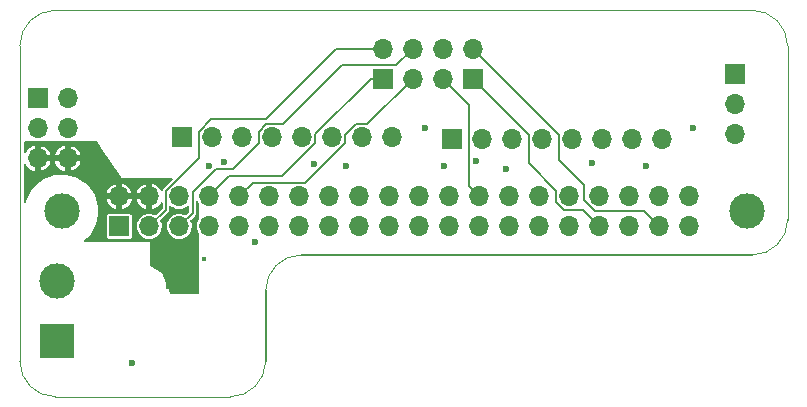
<source format=gbr>
G04 #@! TF.GenerationSoftware,KiCad,Pcbnew,(6.0.1)*
G04 #@! TF.CreationDate,2022-12-09T13:40:03+00:00*
G04 #@! TF.ProjectId,retropie-minicade-hat,72657472-6f70-4696-952d-6d696e696361,rev?*
G04 #@! TF.SameCoordinates,Original*
G04 #@! TF.FileFunction,Copper,L2,Inr*
G04 #@! TF.FilePolarity,Positive*
%FSLAX46Y46*%
G04 Gerber Fmt 4.6, Leading zero omitted, Abs format (unit mm)*
G04 Created by KiCad (PCBNEW (6.0.1)) date 2022-12-09 13:40:03*
%MOMM*%
%LPD*%
G01*
G04 APERTURE LIST*
G04 #@! TA.AperFunction,Profile*
%ADD10C,0.100000*%
G04 #@! TD*
G04 #@! TA.AperFunction,Profile*
%ADD11C,0.150000*%
G04 #@! TD*
G04 #@! TA.AperFunction,WasherPad*
%ADD12C,3.000000*%
G04 #@! TD*
G04 #@! TA.AperFunction,ComponentPad*
%ADD13R,1.700000X1.700000*%
G04 #@! TD*
G04 #@! TA.AperFunction,ComponentPad*
%ADD14O,1.700000X1.700000*%
G04 #@! TD*
G04 #@! TA.AperFunction,ComponentPad*
%ADD15R,3.000000X3.000000*%
G04 #@! TD*
G04 #@! TA.AperFunction,ComponentPad*
%ADD16C,3.000000*%
G04 #@! TD*
G04 #@! TA.AperFunction,ViaPad*
%ADD17C,0.600000*%
G04 #@! TD*
G04 #@! TA.AperFunction,ViaPad*
%ADD18C,0.400000*%
G04 #@! TD*
G04 #@! TA.AperFunction,Conductor*
%ADD19C,0.150000*%
G04 #@! TD*
G04 APERTURE END LIST*
D10*
X143510000Y-65024000D02*
X143499680Y-50291999D01*
X78499680Y-50291999D02*
X78499680Y-77013320D01*
D11*
X99314000Y-77018556D02*
X99314000Y-71013528D01*
D10*
X96314005Y-80013321D02*
G75*
G03*
X99314000Y-77018556I-2J3000002D01*
G01*
X140499680Y-47291999D02*
X81499680Y-47291999D01*
X81499680Y-80013320D02*
X96314005Y-80013320D01*
X102313995Y-68018763D02*
G75*
G03*
X99314000Y-71013528I2J-3000002D01*
G01*
D11*
X140510005Y-68018764D02*
X102313995Y-68018764D01*
D10*
X143499680Y-50291999D02*
G75*
G03*
X140499680Y-47291999I-3000001J-1D01*
G01*
X81499680Y-47291999D02*
G75*
G03*
X78499680Y-50291999I1J-3000001D01*
G01*
X140510005Y-68018765D02*
G75*
G03*
X143510000Y-65024000I-2J3000002D01*
G01*
X78499680Y-77013320D02*
G75*
G03*
X81499680Y-80013320I3000001J1D01*
G01*
D12*
X82040000Y-64310000D03*
X140040000Y-64330000D03*
D13*
X109220000Y-53086000D03*
D14*
X109220000Y-50546000D03*
X111760000Y-53086000D03*
X111760000Y-50546000D03*
D13*
X139065000Y-52720000D03*
D14*
X139065000Y-55260000D03*
X139065000Y-57800000D03*
D13*
X80010000Y-54737000D03*
D14*
X82550000Y-54737000D03*
X80010000Y-57277000D03*
X82550000Y-57277000D03*
X80010000Y-59817000D03*
X82550000Y-59817000D03*
D13*
X115077000Y-58166000D03*
D14*
X117617000Y-58166000D03*
X120157000Y-58166000D03*
X122697000Y-58166000D03*
X125237000Y-58166000D03*
X127777000Y-58166000D03*
X130317000Y-58166000D03*
X132857000Y-58166000D03*
D15*
X81661000Y-75311000D03*
D16*
X81661000Y-70231000D03*
D13*
X116845000Y-53091000D03*
D14*
X114305000Y-53091000D03*
X116845000Y-50551000D03*
X114305000Y-50551000D03*
D13*
X92217000Y-58039000D03*
D14*
X94757000Y-58039000D03*
X97297000Y-58039000D03*
X99837000Y-58039000D03*
X102377000Y-58039000D03*
X104917000Y-58039000D03*
X107457000Y-58039000D03*
X109997000Y-58039000D03*
D13*
X86920000Y-65590000D03*
D14*
X86920000Y-63050000D03*
X89460000Y-65590000D03*
X89460000Y-63050000D03*
X92000000Y-65590000D03*
X92000000Y-63050000D03*
X94540000Y-65590000D03*
X94540000Y-63050000D03*
X97080000Y-65590000D03*
X97080000Y-63050000D03*
X99620000Y-65590000D03*
X99620000Y-63050000D03*
X102160000Y-65590000D03*
X102160000Y-63050000D03*
X104700000Y-65590000D03*
X104700000Y-63050000D03*
X107240000Y-65590000D03*
X107240000Y-63050000D03*
X109780000Y-65590000D03*
X109780000Y-63050000D03*
X112320000Y-65590000D03*
X112320000Y-63050000D03*
X114860000Y-65590000D03*
X114860000Y-63050000D03*
X117400000Y-65590000D03*
X117400000Y-63050000D03*
X119940000Y-65590000D03*
X119940000Y-63050000D03*
X122480000Y-65590000D03*
X122480000Y-63050000D03*
X125020000Y-65590000D03*
X125020000Y-63050000D03*
X127560000Y-65590000D03*
X127560000Y-63050000D03*
X130100000Y-65590000D03*
X130100000Y-63050000D03*
X132640000Y-65590000D03*
X132640000Y-63050000D03*
X135180000Y-65590000D03*
X135180000Y-63050000D03*
D17*
X103393417Y-60340417D03*
X112776000Y-57277000D03*
X135509000Y-57277000D03*
X95752983Y-60137500D03*
X119634000Y-60706000D03*
X98425000Y-66929000D03*
X117094000Y-60071000D03*
X88011000Y-77123500D03*
D18*
X94107000Y-68326000D03*
D17*
X126939500Y-60198000D03*
X114427000Y-60452000D03*
X131539525Y-60445634D03*
X106134375Y-60489625D03*
X94488000Y-60452000D03*
X91122000Y-70676000D03*
X91122000Y-69786000D03*
D19*
X99314000Y-56515000D02*
X94742000Y-56515000D01*
X105283000Y-50546000D02*
X99314000Y-56515000D01*
X90875489Y-64174511D02*
X89460000Y-65590000D01*
X109220000Y-50546000D02*
X105283000Y-50546000D01*
X93632489Y-59827211D02*
X90875489Y-62584211D01*
X94690700Y-56515000D02*
X93632489Y-57573211D01*
X95250000Y-56515000D02*
X94690700Y-56515000D01*
X90875489Y-62584211D02*
X90875489Y-64174511D01*
X93632489Y-57573211D02*
X93632489Y-59827211D01*
X103501511Y-57804489D02*
X103501511Y-58504789D01*
X96249000Y-61341000D02*
X94540000Y-63050000D01*
X109220000Y-53086000D02*
X108220000Y-53086000D01*
X100665300Y-61341000D02*
X96249000Y-61341000D01*
X103501511Y-58504789D02*
X100665300Y-61341000D01*
X108220000Y-53086000D02*
X103501511Y-57804489D01*
X106991211Y-56914489D02*
X106041511Y-57864189D01*
X106041511Y-58504789D02*
X102620811Y-61925489D01*
X111760000Y-53086000D02*
X107931511Y-56914489D01*
X102620811Y-61925489D02*
X98204511Y-61925489D01*
X98204511Y-61925489D02*
X97080000Y-63050000D01*
X107931511Y-56914489D02*
X106991211Y-56914489D01*
X106041511Y-57864189D02*
X106041511Y-58504789D01*
X123895489Y-63515789D02*
X124554211Y-64174511D01*
X124554211Y-64174511D02*
X126144511Y-64174511D01*
X123895489Y-62584211D02*
X123895489Y-63515789D01*
X126144511Y-64174511D02*
X127560000Y-65590000D01*
X121572489Y-57818489D02*
X121572489Y-60261211D01*
X121572489Y-60261211D02*
X123895489Y-62584211D01*
X116845000Y-53091000D02*
X121572489Y-57818489D01*
X95116999Y-60712001D02*
X93124511Y-62704489D01*
X110344511Y-51961489D02*
X105772511Y-51961489D01*
X98712489Y-57573211D02*
X98712489Y-58513511D01*
X93124511Y-64465489D02*
X92000000Y-65590000D01*
X98712489Y-58513511D02*
X96513999Y-60712001D01*
X111760000Y-50546000D02*
X110344511Y-51961489D01*
X99371211Y-56914489D02*
X98712489Y-57573211D01*
X100819511Y-56914489D02*
X99371211Y-56914489D01*
X96513999Y-60712001D02*
X95116999Y-60712001D01*
X105772511Y-51961489D02*
X100819511Y-56914489D01*
X93124511Y-62704489D02*
X93124511Y-64465489D01*
X114305000Y-53091000D02*
X116492489Y-55278489D01*
X116492489Y-55278489D02*
X116492489Y-62142489D01*
X116492489Y-62142489D02*
X117400000Y-63050000D01*
X127181700Y-64262000D02*
X131312000Y-64262000D01*
X126238000Y-62103000D02*
X126238000Y-63318300D01*
X124112489Y-59977489D02*
X126238000Y-62103000D01*
X124112489Y-57818489D02*
X124112489Y-59977489D01*
X126238000Y-63318300D02*
X127181700Y-64262000D01*
X131312000Y-64262000D02*
X132640000Y-65590000D01*
X116845000Y-50551000D02*
X124112489Y-57818489D01*
G04 #@! TA.AperFunction,Conductor*
G36*
X84969026Y-58359009D02*
G01*
X84992682Y-58383132D01*
X85375782Y-58938151D01*
X87054043Y-61369546D01*
X87122000Y-61468000D01*
X87130270Y-61468041D01*
X87130272Y-61468041D01*
X91342825Y-61488738D01*
X91400923Y-61507931D01*
X91436643Y-61557607D01*
X91436342Y-61618792D01*
X91412343Y-61657741D01*
X90706758Y-62363326D01*
X90691756Y-62375637D01*
X90676865Y-62385587D01*
X90661496Y-62408588D01*
X90661495Y-62408589D01*
X90644018Y-62434746D01*
X90615974Y-62476716D01*
X90615974Y-62476717D01*
X90612597Y-62493696D01*
X90611905Y-62497173D01*
X90582008Y-62550557D01*
X90526443Y-62576173D01*
X90466433Y-62564236D01*
X90426017Y-62521645D01*
X90403933Y-62476864D01*
X90399209Y-62469154D01*
X90283678Y-62314440D01*
X90277629Y-62307722D01*
X90135837Y-62176650D01*
X90128670Y-62171151D01*
X89965369Y-62068117D01*
X89957315Y-62064013D01*
X89777969Y-61992460D01*
X89769306Y-61989894D01*
X89729379Y-61981952D01*
X89716133Y-61983520D01*
X89716099Y-61983551D01*
X89714000Y-61991597D01*
X89714000Y-64109074D01*
X89718122Y-64121759D01*
X89719293Y-64122610D01*
X89721800Y-64122824D01*
X89722189Y-64122731D01*
X89905026Y-64060666D01*
X89913288Y-64056988D01*
X90081755Y-63962641D01*
X90089209Y-63957518D01*
X90237650Y-63834061D01*
X90244061Y-63827650D01*
X90367518Y-63679209D01*
X90372641Y-63671755D01*
X90414612Y-63596811D01*
X90459542Y-63555279D01*
X90520303Y-63548087D01*
X90573687Y-63577984D01*
X90599303Y-63633549D01*
X90599989Y-63645185D01*
X90599989Y-64019387D01*
X90581082Y-64077578D01*
X90570993Y-64089391D01*
X90034450Y-64625934D01*
X89979933Y-64653711D01*
X89917359Y-64643015D01*
X89873309Y-64619197D01*
X89873308Y-64619197D01*
X89869055Y-64616897D01*
X89799764Y-64595448D01*
X89676875Y-64557407D01*
X89676871Y-64557406D01*
X89672254Y-64555977D01*
X89667446Y-64555472D01*
X89667443Y-64555471D01*
X89472185Y-64534949D01*
X89472183Y-64534949D01*
X89467369Y-64534443D01*
X89411800Y-64539500D01*
X89267022Y-64552675D01*
X89267017Y-64552676D01*
X89262203Y-64553114D01*
X89064572Y-64611280D01*
X89060288Y-64613519D01*
X89060287Y-64613520D01*
X89003869Y-64643015D01*
X88882002Y-64706726D01*
X88878231Y-64709758D01*
X88725220Y-64832781D01*
X88725217Y-64832783D01*
X88721447Y-64835815D01*
X88718333Y-64839526D01*
X88718332Y-64839527D01*
X88624401Y-64951470D01*
X88589024Y-64993630D01*
X88586689Y-64997878D01*
X88586688Y-64997879D01*
X88576848Y-65015778D01*
X88489776Y-65174162D01*
X88427484Y-65370532D01*
X88426944Y-65375344D01*
X88426944Y-65375345D01*
X88425865Y-65384970D01*
X88404520Y-65575262D01*
X88421759Y-65780553D01*
X88478544Y-65978586D01*
X88572712Y-66161818D01*
X88700677Y-66323270D01*
X88704357Y-66326402D01*
X88704359Y-66326404D01*
X88817017Y-66422283D01*
X88857564Y-66456791D01*
X88861787Y-66459151D01*
X88861791Y-66459154D01*
X88901342Y-66481258D01*
X89037398Y-66557297D01*
X89041996Y-66558791D01*
X89228724Y-66619463D01*
X89228726Y-66619464D01*
X89233329Y-66620959D01*
X89437894Y-66645351D01*
X89442716Y-66644980D01*
X89442719Y-66644980D01*
X89513259Y-66639552D01*
X89643300Y-66629546D01*
X89841725Y-66574145D01*
X89846038Y-66571966D01*
X89846044Y-66571964D01*
X90021289Y-66483441D01*
X90021291Y-66483440D01*
X90025610Y-66481258D01*
X90060943Y-66453653D01*
X90184135Y-66357406D01*
X90184139Y-66357402D01*
X90187951Y-66354424D01*
X90227918Y-66308122D01*
X90247313Y-66285651D01*
X90322564Y-66198472D01*
X90341231Y-66165613D01*
X90421934Y-66023550D01*
X90421935Y-66023547D01*
X90424323Y-66019344D01*
X90437882Y-65978586D01*
X90487824Y-65828454D01*
X90487824Y-65828452D01*
X90489351Y-65823863D01*
X90515171Y-65619474D01*
X90515583Y-65590000D01*
X90513667Y-65570454D01*
X90495952Y-65389780D01*
X90495951Y-65389776D01*
X90495480Y-65384970D01*
X90435935Y-65187749D01*
X90406429Y-65132256D01*
X90395805Y-65072004D01*
X90423838Y-65015778D01*
X91044220Y-64395396D01*
X91059222Y-64383085D01*
X91066003Y-64378554D01*
X91074113Y-64373135D01*
X91135004Y-64282006D01*
X91150989Y-64201644D01*
X91150989Y-64201643D01*
X91156386Y-64174511D01*
X91152891Y-64156939D01*
X91150989Y-64137626D01*
X91150989Y-63921195D01*
X91169896Y-63863004D01*
X91219396Y-63827040D01*
X91280582Y-63827040D01*
X91314153Y-63845803D01*
X91393876Y-63913653D01*
X91393881Y-63913656D01*
X91397564Y-63916791D01*
X91401787Y-63919151D01*
X91401791Y-63919154D01*
X91518702Y-63984493D01*
X91577398Y-64017297D01*
X91581996Y-64018791D01*
X91768724Y-64079463D01*
X91768726Y-64079464D01*
X91773329Y-64080959D01*
X91977894Y-64105351D01*
X91982716Y-64104980D01*
X91982719Y-64104980D01*
X92050541Y-64099761D01*
X92183300Y-64089546D01*
X92381725Y-64034145D01*
X92386038Y-64031966D01*
X92386044Y-64031964D01*
X92561289Y-63943441D01*
X92561291Y-63943440D01*
X92565610Y-63941258D01*
X92589209Y-63922821D01*
X92689061Y-63844808D01*
X92746556Y-63823881D01*
X92805371Y-63840746D01*
X92843041Y-63888961D01*
X92849011Y-63922821D01*
X92849011Y-64310365D01*
X92830104Y-64368556D01*
X92820015Y-64380369D01*
X92574450Y-64625934D01*
X92519933Y-64653711D01*
X92457359Y-64643015D01*
X92413309Y-64619197D01*
X92413308Y-64619197D01*
X92409055Y-64616897D01*
X92339764Y-64595448D01*
X92216875Y-64557407D01*
X92216871Y-64557406D01*
X92212254Y-64555977D01*
X92207446Y-64555472D01*
X92207443Y-64555471D01*
X92012185Y-64534949D01*
X92012183Y-64534949D01*
X92007369Y-64534443D01*
X91951800Y-64539500D01*
X91807022Y-64552675D01*
X91807017Y-64552676D01*
X91802203Y-64553114D01*
X91604572Y-64611280D01*
X91600288Y-64613519D01*
X91600287Y-64613520D01*
X91543869Y-64643015D01*
X91422002Y-64706726D01*
X91418231Y-64709758D01*
X91265220Y-64832781D01*
X91265217Y-64832783D01*
X91261447Y-64835815D01*
X91258333Y-64839526D01*
X91258332Y-64839527D01*
X91164401Y-64951470D01*
X91129024Y-64993630D01*
X91126689Y-64997878D01*
X91126688Y-64997879D01*
X91116848Y-65015778D01*
X91029776Y-65174162D01*
X90967484Y-65370532D01*
X90966944Y-65375344D01*
X90966944Y-65375345D01*
X90965865Y-65384970D01*
X90944520Y-65575262D01*
X90961759Y-65780553D01*
X91018544Y-65978586D01*
X91112712Y-66161818D01*
X91240677Y-66323270D01*
X91244357Y-66326402D01*
X91244359Y-66326404D01*
X91357017Y-66422283D01*
X91397564Y-66456791D01*
X91401787Y-66459151D01*
X91401791Y-66459154D01*
X91441342Y-66481258D01*
X91577398Y-66557297D01*
X91581996Y-66558791D01*
X91768724Y-66619463D01*
X91768726Y-66619464D01*
X91773329Y-66620959D01*
X91977894Y-66645351D01*
X91982716Y-66644980D01*
X91982719Y-66644980D01*
X92053259Y-66639552D01*
X92183300Y-66629546D01*
X92381725Y-66574145D01*
X92386038Y-66571966D01*
X92386044Y-66571964D01*
X92561289Y-66483441D01*
X92561291Y-66483440D01*
X92565610Y-66481258D01*
X92600943Y-66453653D01*
X92724135Y-66357406D01*
X92724139Y-66357402D01*
X92727951Y-66354424D01*
X92767918Y-66308122D01*
X92787313Y-66285651D01*
X92862564Y-66198472D01*
X92881231Y-66165613D01*
X92961934Y-66023550D01*
X92961935Y-66023547D01*
X92964323Y-66019344D01*
X92977882Y-65978586D01*
X93027824Y-65828454D01*
X93027824Y-65828452D01*
X93029351Y-65823863D01*
X93055171Y-65619474D01*
X93055583Y-65590000D01*
X93053667Y-65570454D01*
X93035952Y-65389780D01*
X93035951Y-65389776D01*
X93035480Y-65384970D01*
X92975935Y-65187749D01*
X92946429Y-65132256D01*
X92935805Y-65072004D01*
X92963838Y-65015778D01*
X93293242Y-64686374D01*
X93308244Y-64674063D01*
X93315025Y-64669532D01*
X93323135Y-64664113D01*
X93384026Y-64572984D01*
X93387125Y-64557407D01*
X93400011Y-64492622D01*
X93400011Y-64492621D01*
X93403506Y-64475051D01*
X93405408Y-64465489D01*
X93401913Y-64447917D01*
X93400011Y-64428604D01*
X93400011Y-63539331D01*
X93418918Y-63481140D01*
X93468418Y-63445176D01*
X93529604Y-63445176D01*
X93579104Y-63481140D01*
X93587063Y-63494078D01*
X93624052Y-63566051D01*
X93635000Y-63611304D01*
X93635000Y-65030101D01*
X93622754Y-65077794D01*
X93618845Y-65084905D01*
X93569776Y-65174162D01*
X93507484Y-65370532D01*
X93506944Y-65375344D01*
X93506944Y-65375345D01*
X93505865Y-65384970D01*
X93484520Y-65575262D01*
X93501759Y-65780553D01*
X93558544Y-65978586D01*
X93560759Y-65982896D01*
X93624052Y-66106051D01*
X93635000Y-66151304D01*
X93635000Y-71220000D01*
X93616093Y-71278191D01*
X93566593Y-71314155D01*
X93536000Y-71319000D01*
X91267980Y-71319000D01*
X91209789Y-71300093D01*
X91175585Y-71255556D01*
X90505948Y-69515455D01*
X90505947Y-69515454D01*
X90500000Y-69500000D01*
X89548065Y-68928839D01*
X89507895Y-68882687D01*
X89500000Y-68843947D01*
X89500000Y-66913000D01*
X84034462Y-66913000D01*
X83976271Y-66894093D01*
X83940307Y-66844593D01*
X83940307Y-66783407D01*
X83970298Y-66738608D01*
X83975343Y-66734315D01*
X84151313Y-66584552D01*
X84179430Y-66560623D01*
X84179433Y-66560620D01*
X84181534Y-66558832D01*
X84274580Y-66459748D01*
X85869500Y-66459748D01*
X85881133Y-66518231D01*
X85925448Y-66584552D01*
X85991769Y-66628867D01*
X86001332Y-66630769D01*
X86001334Y-66630770D01*
X86024005Y-66635279D01*
X86050252Y-66640500D01*
X87789748Y-66640500D01*
X87815995Y-66635279D01*
X87838666Y-66630770D01*
X87838668Y-66630769D01*
X87848231Y-66628867D01*
X87914552Y-66584552D01*
X87958867Y-66518231D01*
X87970500Y-66459748D01*
X87970500Y-64720252D01*
X87963761Y-64686374D01*
X87960770Y-64671334D01*
X87960769Y-64671332D01*
X87958867Y-64661769D01*
X87914552Y-64595448D01*
X87848231Y-64551133D01*
X87838668Y-64549231D01*
X87838666Y-64549230D01*
X87815995Y-64544721D01*
X87789748Y-64539500D01*
X86050252Y-64539500D01*
X86024005Y-64544721D01*
X86001334Y-64549230D01*
X86001332Y-64549231D01*
X85991769Y-64551133D01*
X85925448Y-64595448D01*
X85881133Y-64661769D01*
X85879231Y-64671332D01*
X85879230Y-64671334D01*
X85876239Y-64686374D01*
X85869500Y-64720252D01*
X85869500Y-66459748D01*
X84274580Y-66459748D01*
X84418863Y-66306103D01*
X84493134Y-66206823D01*
X84624881Y-66030714D01*
X84624887Y-66030705D01*
X84626541Y-66028494D01*
X84627937Y-66026114D01*
X84627942Y-66026107D01*
X84800581Y-65731849D01*
X84801980Y-65729465D01*
X84942994Y-65412744D01*
X84954858Y-65375345D01*
X85046991Y-65084905D01*
X85046992Y-65084899D01*
X85047824Y-65082278D01*
X85062957Y-65005849D01*
X85114628Y-64744895D01*
X85114629Y-64744888D01*
X85115164Y-64742186D01*
X85144174Y-64396707D01*
X85144567Y-64368556D01*
X85145361Y-64311747D01*
X85145361Y-64311736D01*
X85145385Y-64310000D01*
X85126032Y-63963846D01*
X85070166Y-63633549D01*
X85068674Y-63624726D01*
X85068674Y-63624724D01*
X85068214Y-63622007D01*
X85008675Y-63414368D01*
X84980925Y-63317591D01*
X85852958Y-63317591D01*
X85877536Y-63414368D01*
X85880551Y-63422880D01*
X85961386Y-63598225D01*
X85965917Y-63606072D01*
X86077348Y-63763744D01*
X86083222Y-63770622D01*
X86221532Y-63905357D01*
X86228555Y-63911044D01*
X86389099Y-64018317D01*
X86397054Y-64022635D01*
X86574446Y-64098849D01*
X86583057Y-64101647D01*
X86650706Y-64116954D01*
X86663603Y-64115769D01*
X86665444Y-64109074D01*
X87174000Y-64109074D01*
X87178122Y-64121759D01*
X87179293Y-64122610D01*
X87181800Y-64122824D01*
X87182189Y-64122731D01*
X87365026Y-64060666D01*
X87373288Y-64056988D01*
X87541755Y-63962641D01*
X87549209Y-63957518D01*
X87697650Y-63834061D01*
X87704061Y-63827650D01*
X87827518Y-63679209D01*
X87832641Y-63671755D01*
X87926988Y-63503288D01*
X87930666Y-63495026D01*
X87990896Y-63317591D01*
X88392958Y-63317591D01*
X88417536Y-63414368D01*
X88420551Y-63422880D01*
X88501386Y-63598225D01*
X88505917Y-63606072D01*
X88617348Y-63763744D01*
X88623222Y-63770622D01*
X88761532Y-63905357D01*
X88768555Y-63911044D01*
X88929099Y-64018317D01*
X88937054Y-64022635D01*
X89114446Y-64098849D01*
X89123057Y-64101647D01*
X89190706Y-64116954D01*
X89203603Y-64115769D01*
X89206000Y-64107051D01*
X89206000Y-63319680D01*
X89201878Y-63306995D01*
X89197757Y-63304000D01*
X88405186Y-63304000D01*
X88393276Y-63307870D01*
X88392958Y-63317591D01*
X87990896Y-63317591D01*
X87991744Y-63315094D01*
X87990246Y-63306372D01*
X87989209Y-63305363D01*
X87983365Y-63304000D01*
X87189680Y-63304000D01*
X87176995Y-63308122D01*
X87174000Y-63312243D01*
X87174000Y-64109074D01*
X86665444Y-64109074D01*
X86666000Y-64107051D01*
X86666000Y-63319680D01*
X86661878Y-63306995D01*
X86657757Y-63304000D01*
X85865186Y-63304000D01*
X85853276Y-63307870D01*
X85852958Y-63317591D01*
X84980925Y-63317591D01*
X84973415Y-63291402D01*
X84973414Y-63291398D01*
X84972652Y-63288742D01*
X84840537Y-62968207D01*
X84737632Y-62781024D01*
X85851629Y-62781024D01*
X85851781Y-62792650D01*
X85862327Y-62796000D01*
X86650320Y-62796000D01*
X86663005Y-62791878D01*
X86666000Y-62787757D01*
X86666000Y-62780320D01*
X87174000Y-62780320D01*
X87178122Y-62793005D01*
X87182243Y-62796000D01*
X87975676Y-62796000D01*
X87987166Y-62792267D01*
X87987370Y-62781866D01*
X87987133Y-62781024D01*
X88391629Y-62781024D01*
X88391781Y-62792650D01*
X88402327Y-62796000D01*
X89190320Y-62796000D01*
X89203005Y-62791878D01*
X89206000Y-62787757D01*
X89206000Y-61993124D01*
X89201878Y-61980439D01*
X89201274Y-61980000D01*
X89194127Y-61979484D01*
X89178555Y-61982160D01*
X89169819Y-61984501D01*
X88988668Y-62051331D01*
X88980506Y-62055224D01*
X88814562Y-62153950D01*
X88807260Y-62159255D01*
X88662081Y-62286575D01*
X88655858Y-62293133D01*
X88536322Y-62444763D01*
X88531397Y-62452346D01*
X88441490Y-62623231D01*
X88438032Y-62631579D01*
X88391629Y-62781024D01*
X87987133Y-62781024D01*
X87952571Y-62658478D01*
X87949330Y-62650035D01*
X87863928Y-62476855D01*
X87859209Y-62469154D01*
X87743678Y-62314440D01*
X87737629Y-62307722D01*
X87595837Y-62176650D01*
X87588670Y-62171151D01*
X87425369Y-62068117D01*
X87417315Y-62064013D01*
X87237969Y-61992460D01*
X87229306Y-61989894D01*
X87189379Y-61981952D01*
X87176133Y-61983520D01*
X87176099Y-61983551D01*
X87174000Y-61991597D01*
X87174000Y-62780320D01*
X86666000Y-62780320D01*
X86666000Y-61993124D01*
X86661878Y-61980439D01*
X86661274Y-61980000D01*
X86654127Y-61979484D01*
X86638555Y-61982160D01*
X86629819Y-61984501D01*
X86448668Y-62051331D01*
X86440506Y-62055224D01*
X86274562Y-62153950D01*
X86267260Y-62159255D01*
X86122081Y-62286575D01*
X86115858Y-62293133D01*
X85996322Y-62444763D01*
X85991397Y-62452346D01*
X85901490Y-62623231D01*
X85898032Y-62631579D01*
X85851629Y-62781024D01*
X84737632Y-62781024D01*
X84673516Y-62664397D01*
X84661772Y-62647749D01*
X84475259Y-62383349D01*
X84475255Y-62383345D01*
X84473670Y-62381097D01*
X84243490Y-62121839D01*
X84241441Y-62119994D01*
X84241437Y-62119990D01*
X84023500Y-61923760D01*
X83985846Y-61889856D01*
X83890461Y-61821567D01*
X83706203Y-61689651D01*
X83706198Y-61689648D01*
X83703948Y-61688037D01*
X83635418Y-61649737D01*
X83403733Y-61520251D01*
X83403724Y-61520247D01*
X83401311Y-61518898D01*
X83081706Y-61384549D01*
X82749117Y-61286663D01*
X82535665Y-61249025D01*
X82410408Y-61226939D01*
X82410403Y-61226938D01*
X82407690Y-61226460D01*
X82061680Y-61204691D01*
X82058919Y-61204826D01*
X82058915Y-61204826D01*
X81763713Y-61219264D01*
X81715399Y-61221627D01*
X81373164Y-61277057D01*
X81039241Y-61370290D01*
X81003949Y-61384549D01*
X80720352Y-61499129D01*
X80720348Y-61499131D01*
X80717791Y-61500164D01*
X80715367Y-61501475D01*
X80715362Y-61501477D01*
X80415251Y-61663746D01*
X80415242Y-61663751D01*
X80412822Y-61665060D01*
X80410560Y-61666632D01*
X80410557Y-61666634D01*
X80205807Y-61808939D01*
X80128134Y-61862923D01*
X79867276Y-62091287D01*
X79865415Y-62093325D01*
X79865414Y-62093326D01*
X79824518Y-62138113D01*
X79633499Y-62347306D01*
X79429717Y-62627787D01*
X79258470Y-62929237D01*
X79257381Y-62931779D01*
X79257377Y-62931786D01*
X79179018Y-63114613D01*
X79121893Y-63247896D01*
X79121097Y-63250531D01*
X79121096Y-63250535D01*
X79031260Y-63548087D01*
X79021687Y-63579793D01*
X79021048Y-63579600D01*
X78990383Y-63629453D01*
X78933816Y-63652773D01*
X78874345Y-63638389D01*
X78834686Y-63591797D01*
X78827214Y-63553941D01*
X78829372Y-61833380D01*
X78831247Y-60338798D01*
X78850227Y-60280632D01*
X78899772Y-60244730D01*
X78960958Y-60244807D01*
X79010413Y-60280833D01*
X79020153Y-60297476D01*
X79051385Y-60365225D01*
X79055917Y-60373072D01*
X79167348Y-60530744D01*
X79173222Y-60537622D01*
X79311532Y-60672357D01*
X79318555Y-60678044D01*
X79479099Y-60785317D01*
X79487054Y-60789635D01*
X79664446Y-60865849D01*
X79673057Y-60868647D01*
X79740706Y-60883954D01*
X79753603Y-60882769D01*
X79755444Y-60876074D01*
X80264000Y-60876074D01*
X80268122Y-60888759D01*
X80269293Y-60889610D01*
X80271800Y-60889824D01*
X80272189Y-60889731D01*
X80455026Y-60827666D01*
X80463288Y-60823988D01*
X80631755Y-60729641D01*
X80639209Y-60724518D01*
X80787650Y-60601061D01*
X80794061Y-60594650D01*
X80917518Y-60446209D01*
X80922641Y-60438755D01*
X81016988Y-60270288D01*
X81020666Y-60262026D01*
X81080896Y-60084591D01*
X81482958Y-60084591D01*
X81507536Y-60181368D01*
X81510551Y-60189880D01*
X81591386Y-60365225D01*
X81595917Y-60373072D01*
X81707348Y-60530744D01*
X81713222Y-60537622D01*
X81851532Y-60672357D01*
X81858555Y-60678044D01*
X82019099Y-60785317D01*
X82027054Y-60789635D01*
X82204446Y-60865849D01*
X82213057Y-60868647D01*
X82280706Y-60883954D01*
X82293603Y-60882769D01*
X82295444Y-60876074D01*
X82804000Y-60876074D01*
X82808122Y-60888759D01*
X82809293Y-60889610D01*
X82811800Y-60889824D01*
X82812189Y-60889731D01*
X82995026Y-60827666D01*
X83003288Y-60823988D01*
X83171755Y-60729641D01*
X83179209Y-60724518D01*
X83327650Y-60601061D01*
X83334061Y-60594650D01*
X83457518Y-60446209D01*
X83462641Y-60438755D01*
X83556988Y-60270288D01*
X83560666Y-60262026D01*
X83621744Y-60082094D01*
X83620246Y-60073372D01*
X83619209Y-60072363D01*
X83613365Y-60071000D01*
X82819680Y-60071000D01*
X82806995Y-60075122D01*
X82804000Y-60079243D01*
X82804000Y-60876074D01*
X82295444Y-60876074D01*
X82296000Y-60874051D01*
X82296000Y-60086680D01*
X82291878Y-60073995D01*
X82287757Y-60071000D01*
X81495186Y-60071000D01*
X81483276Y-60074870D01*
X81482958Y-60084591D01*
X81080896Y-60084591D01*
X81081744Y-60082094D01*
X81080246Y-60073372D01*
X81079209Y-60072363D01*
X81073365Y-60071000D01*
X80279680Y-60071000D01*
X80266995Y-60075122D01*
X80264000Y-60079243D01*
X80264000Y-60876074D01*
X79755444Y-60876074D01*
X79756000Y-60874051D01*
X79756000Y-59547320D01*
X80264000Y-59547320D01*
X80268122Y-59560005D01*
X80272243Y-59563000D01*
X81065676Y-59563000D01*
X81077166Y-59559267D01*
X81077370Y-59548866D01*
X81077133Y-59548024D01*
X81481629Y-59548024D01*
X81481781Y-59559650D01*
X81492327Y-59563000D01*
X82280320Y-59563000D01*
X82293005Y-59558878D01*
X82296000Y-59554757D01*
X82296000Y-59547320D01*
X82804000Y-59547320D01*
X82808122Y-59560005D01*
X82812243Y-59563000D01*
X83605676Y-59563000D01*
X83617166Y-59559267D01*
X83617370Y-59548866D01*
X83582571Y-59425478D01*
X83579330Y-59417035D01*
X83493928Y-59243855D01*
X83489209Y-59236154D01*
X83373678Y-59081440D01*
X83367629Y-59074722D01*
X83225837Y-58943650D01*
X83218670Y-58938151D01*
X83055369Y-58835117D01*
X83047315Y-58831013D01*
X82867969Y-58759460D01*
X82859306Y-58756894D01*
X82819379Y-58748952D01*
X82806133Y-58750520D01*
X82806099Y-58750551D01*
X82804000Y-58758597D01*
X82804000Y-59547320D01*
X82296000Y-59547320D01*
X82296000Y-58760124D01*
X82291878Y-58747439D01*
X82291274Y-58747000D01*
X82284127Y-58746484D01*
X82268555Y-58749160D01*
X82259819Y-58751501D01*
X82078668Y-58818331D01*
X82070506Y-58822224D01*
X81904562Y-58920950D01*
X81897260Y-58926255D01*
X81752081Y-59053575D01*
X81745858Y-59060133D01*
X81626322Y-59211763D01*
X81621397Y-59219346D01*
X81531490Y-59390231D01*
X81528032Y-59398579D01*
X81481629Y-59548024D01*
X81077133Y-59548024D01*
X81042571Y-59425478D01*
X81039330Y-59417035D01*
X80953928Y-59243855D01*
X80949209Y-59236154D01*
X80833678Y-59081440D01*
X80827629Y-59074722D01*
X80685837Y-58943650D01*
X80678670Y-58938151D01*
X80515369Y-58835117D01*
X80507315Y-58831013D01*
X80327969Y-58759460D01*
X80319306Y-58756894D01*
X80279379Y-58748952D01*
X80266133Y-58750520D01*
X80266099Y-58750551D01*
X80264000Y-58758597D01*
X80264000Y-59547320D01*
X79756000Y-59547320D01*
X79756000Y-58760124D01*
X79751878Y-58747439D01*
X79751274Y-58747000D01*
X79744127Y-58746484D01*
X79728555Y-58749160D01*
X79719819Y-58751501D01*
X79538668Y-58818331D01*
X79530506Y-58822224D01*
X79364562Y-58920950D01*
X79357260Y-58926255D01*
X79212081Y-59053575D01*
X79205858Y-59060133D01*
X79086322Y-59211763D01*
X79081397Y-59219346D01*
X79019175Y-59337610D01*
X78975347Y-59380305D01*
X78914795Y-59389084D01*
X78860647Y-59360595D01*
X78833585Y-59305720D01*
X78832561Y-59291390D01*
X78832652Y-59219346D01*
X78832861Y-59052680D01*
X78833596Y-58466873D01*
X78852576Y-58408706D01*
X78902122Y-58372804D01*
X78932138Y-58367998D01*
X84910750Y-58340371D01*
X84969026Y-58359009D01*
G37*
G04 #@! TD.AperFunction*
M02*

</source>
